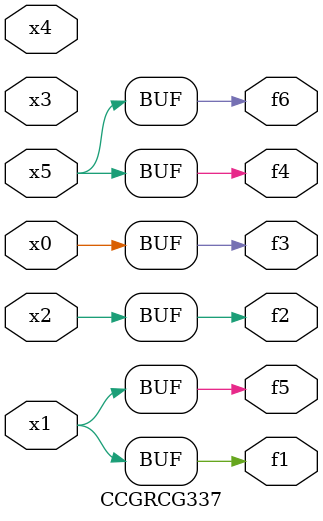
<source format=v>
module CCGRCG337(
	input x0, x1, x2, x3, x4, x5,
	output f1, f2, f3, f4, f5, f6
);
	assign f1 = x1;
	assign f2 = x2;
	assign f3 = x0;
	assign f4 = x5;
	assign f5 = x1;
	assign f6 = x5;
endmodule

</source>
